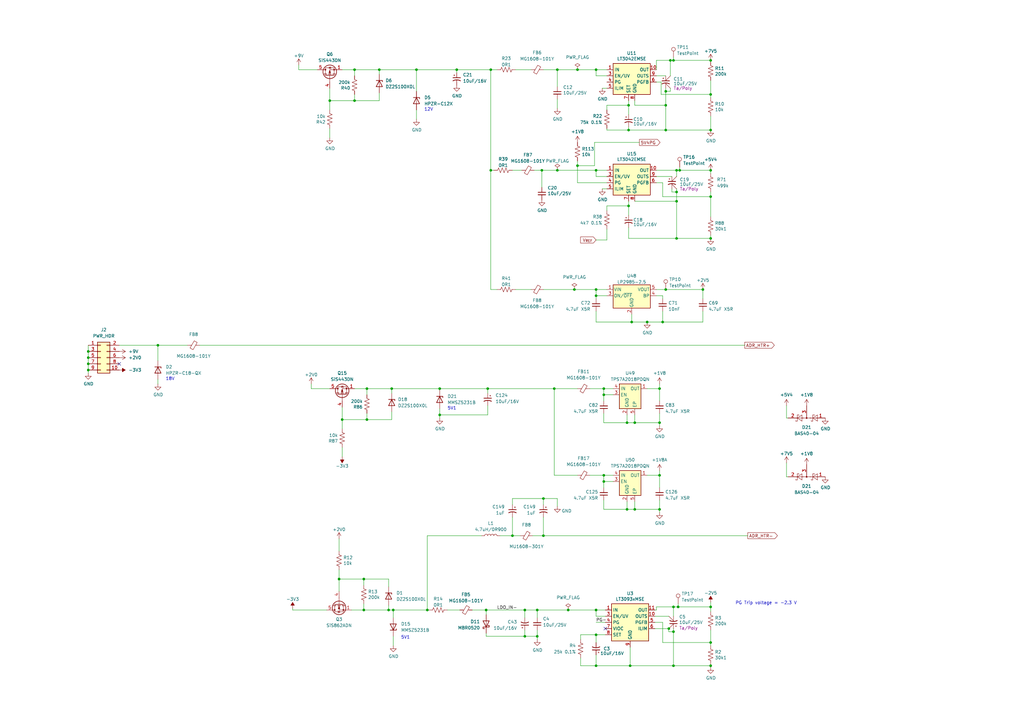
<source format=kicad_sch>
(kicad_sch (version 20230121) (generator eeschema)
  (paper "A3")
  (lib_symbols
    (symbol "Connector:TestPoint" (pin_numbers hide) (pin_names (offset 0.762) hide)
      (property "Reference" "TP" (at 0 6.858 0))
      (property "Value" "TestPoint" (at 0 5.08 0))
      (symbol "TestPoint_1_1"
        (pin passive line (at 0 0 90) (length 2.54) (name "1") (number "1"))
      )
    )
    (symbol "Connector_Generic:Conn_02x05_Odd_Even" (pin_names (offset 1.016) hide)
      (property "Reference" "J" (at 1.27 7.62 0))
      (property "Value" "Conn_02x05_Odd_Even" (at 1.27 -7.62 0))
      (symbol "Conn_02x05_Odd_Even_1_1"
        (pin passive line (at -5.08 5.08 0) (length 3.81) (name "Pin_1") (number "1"))
        (pin passive line (at 7.62 -5.08 180) (length 3.81) (name "Pin_10") (number "10"))
        (pin passive line (at 7.62 5.08 180) (length 3.81) (name "Pin_2") (number "2"))
        (pin passive line (at -5.08 2.54 0) (length 3.81) (name "Pin_3") (number "3"))
        (pin passive line (at 7.62 2.54 180) (length 3.81) (name "Pin_4") (number "4"))
        (pin passive line (at -5.08 0 0) (length 3.81) (name "Pin_5") (number "5"))
        (pin passive line (at 7.62 0 180) (length 3.81) (name "Pin_6") (number "6"))
        (pin passive line (at -5.08 -2.54 0) (length 3.81) (name "Pin_7") (number "7"))
        (pin passive line (at 7.62 -2.54 180) (length 3.81) (name "Pin_8") (number "8"))
        (pin passive line (at -5.08 -5.08 0) (length 3.81) (name "Pin_9") (number "9"))
      )
    )
    (symbol "Device:CP1_Small" (pin_numbers hide) (pin_names (offset 0.254) hide)
      (property "Reference" "C" (at 0.254 1.778 0))
      (property "Value" "CP1_Small" (at 0.254 -2.032 0))
      (symbol "CP1_Small_1_1"
        (pin passive line (at 0 2.54 270) (length 2.032) (name "~") (number "1"))
        (pin passive line (at 0 -2.54 90) (length 2.032) (name "~") (number "2"))
      )
    )
    (symbol "Device:CP1_Small_Kelvin" (pin_numbers hide) (pin_names (offset 0.254) hide)
      (property "Reference" "C" (at 1.905 1.27 0))
      (property "Value" "CP1_Small_Kelvin" (at 1.905 -0.635 0))
      (symbol "CP1_Small_Kelvin_1_1"
        (pin passive line (at 0 2.54 270) (length 2.032) (name "~") (number "1"))
        (pin passive line (at 1.905 2.54 270) (length 0) (name "~") (number "2"))
        (pin passive line (at 0 -2.54 90) (length 2.032) (name "~") (number "3"))
        (pin passive line (at 1.905 -2.54 90) (length 0) (name "~") (number "4"))
      )
    )
    (symbol "Device:C_Small" (pin_numbers hide) (pin_names (offset 0.254) hide)
      (property "Reference" "C" (at 0.254 1.778 0))
      (property "Value" "C_Small" (at 0.254 -2.032 0))
      (symbol "C_Small_1_1"
        (pin passive line (at 0 2.54 270) (length 2.032) (name "~") (number "1"))
        (pin passive line (at 0 -2.54 90) (length 2.032) (name "~") (number "2"))
      )
    )
    (symbol "Device:Ferrite_Bead_Small" (pin_numbers hide) (pin_names (offset 0))
      (property "Reference" "FB" (at 1.905 1.27 0))
      (property "Value" "Ferrite_Bead_Small" (at 1.905 -1.27 0))
      (symbol "Ferrite_Bead_Small_1_1"
        (pin passive line (at 0 2.54 270) (length 1.27) (name "~") (number "1"))
        (pin passive line (at 0 -2.54 90) (length 1.27) (name "~") (number "2"))
      )
    )
    (symbol "Device:L" (pin_numbers hide) (pin_names (offset 1.016) hide)
      (property "Reference" "L" (at -1.27 0 90))
      (property "Value" "L" (at 1.905 0 90))
      (symbol "L_1_1"
        (pin passive line (at 0 3.81 270) (length 1.27) (name "1") (number "1"))
        (pin passive line (at 0 -3.81 90) (length 1.27) (name "2") (number "2"))
      )
    )
    (symbol "Device:R_US" (pin_numbers hide) (pin_names (offset 0))
      (property "Reference" "R" (at 2.54 0 90))
      (property "Value" "R_US" (at -2.54 0 90))
      (symbol "R_US_1_1"
        (pin passive line (at 0 3.81 270) (length 1.27) (name "~") (number "1"))
        (pin passive line (at 0 -3.81 90) (length 1.27) (name "~") (number "2"))
      )
    )
    (symbol "Diode:BAS40-04" (pin_names (offset 1.016))
      (property "Reference" "D" (at 0.635 -1.27 0))
      (property "Value" "BAS40-04" (at -6.35 5.715 0))
      (symbol "BAS40-04_1_1"
        (pin passive line (at -7.62 2.54 0) (length 3.81) (name "~") (number "1"))
        (pin passive line (at 7.62 2.54 180) (length 3.81) (name "~") (number "2"))
        (pin passive line (at 0 -2.54 90) (length 5.08) (name "~") (number "3"))
      )
    )
    (symbol "Diode:DZ2S100X0L" (pin_numbers hide) (pin_names (offset 1.016) hide)
      (property "Reference" "D" (at 0 2.54 0))
      (property "Value" "DZ2S100X0L" (at 0 -2.54 0))
      (symbol "DZ2S100X0L_1_1"
        (pin passive line (at -3.81 0 0) (length 2.54) (name "K") (number "1"))
        (pin passive line (at 3.81 0 180) (length 2.54) (name "A") (number "2"))
      )
    )
    (symbol "Diode:MBR0520" (pin_numbers hide) (pin_names (offset 1.016) hide)
      (property "Reference" "D" (at 0 2.54 0))
      (property "Value" "MBR0520" (at 0 -2.54 0))
      (symbol "MBR0520_1_1"
        (pin passive line (at -3.81 0 0) (length 2.54) (name "K") (number "1"))
        (pin passive line (at 3.81 0 180) (length 2.54) (name "A") (number "2"))
      )
    )
    (symbol "Diode:MM3Zxx" (pin_numbers hide) (pin_names (offset 1.016) hide)
      (property "Reference" "D" (at 0 2.54 0))
      (property "Value" "MM3Zxx" (at 0 -2.54 0))
      (symbol "MM3Zxx_1_1"
        (pin passive line (at -3.81 0 0) (length 2.54) (name "K") (number "1"))
        (pin passive line (at 3.81 0 180) (length 2.54) (name "A") (number "2"))
      )
    )
    (symbol "Regulator_Linear:LP2985-3.3" (pin_names (offset 0.254))
      (property "Reference" "U" (at -6.35 5.715 0))
      (property "Value" "LP2985-3.3" (at 0 5.715 0))
      (symbol "LP2985-3.3_1_1"
        (pin power_in line (at -10.16 2.54 0) (length 2.54) (name "VIN") (number "1"))
        (pin power_in line (at 0 -7.62 90) (length 2.54) (name "GND") (number "2"))
        (pin input line (at -10.16 0 0) (length 2.54) (name "ON/~{OFF}") (number "3"))
        (pin input line (at 10.16 0 180) (length 2.54) (name "BP") (number "4"))
        (pin power_out line (at 10.16 2.54 180) (length 2.54) (name "VOUT") (number "5"))
      )
    )
    (symbol "Regulator_Linear:LT3042xMSE"
      (property "Reference" "U" (at -6.35 6.35 0))
      (property "Value" "LT3042xMSE" (at 1.27 6.35 0))
      (symbol "LT3042xMSE_1_1"
        (pin power_in line (at -10.16 2.54 0) (length 2.54) (name "IN") (number "1"))
        (pin power_out line (at 10.16 2.54 180) (length 2.54) (name "OUT") (number "10"))
        (pin passive line (at 1.27 -10.16 90) (length 2.54) hide (name "GND") (number "11"))
        (pin passive line (at -10.16 2.54 0) (length 2.54) hide (name "IN") (number "2"))
        (pin input line (at -10.16 0 0) (length 2.54) (name "EN/UV") (number "3"))
        (pin open_collector line (at -10.16 -2.54 0) (length 2.54) (name "PG") (number "4"))
        (pin passive line (at -10.16 -5.08 0) (length 2.54) (name "ILIM") (number "5"))
        (pin input line (at 10.16 -2.54 180) (length 2.54) (name "PGFB") (number "6"))
        (pin passive line (at -1.27 -10.16 90) (length 2.54) (name "SET") (number "7"))
        (pin power_in line (at 1.27 -10.16 90) (length 2.54) (name "GND") (number "8"))
        (pin input line (at 10.16 0 180) (length 2.54) (name "OUTS") (number "9"))
      )
    )
    (symbol "Regulator_Linear:LT3093xMSE"
      (property "Reference" "U" (at -6.35 8.89 0))
      (property "Value" "LT3093xMSE" (at 1.27 8.89 0))
      (symbol "LT3093xMSE_0_0"
        (pin passive line (at 10.16 5.08 180) (length 2.54) hide (name "OUT") (number "12"))
        (pin passive line (at -10.16 5.08 0) (length 2.54) hide (name "IN") (number "13"))
      )
      (symbol "LT3093xMSE_1_1"
        (pin power_in line (at -10.16 5.08 0) (length 2.54) (name "IN") (number "1"))
        (pin input line (at 10.16 2.54 180) (length 2.54) (name "OUTS") (number "10"))
        (pin power_out line (at 10.16 5.08 180) (length 2.54) (name "OUT") (number "11"))
        (pin passive line (at -10.16 5.08 0) (length 2.54) hide (name "IN") (number "2"))
        (pin input line (at -10.16 2.54 0) (length 2.54) (name "EN/UV") (number "3"))
        (pin open_collector line (at -10.16 0 0) (length 2.54) (name "PG") (number "4"))
        (pin input line (at 10.16 0 180) (length 2.54) (name "PGFB") (number "5"))
        (pin passive line (at 10.16 -2.54 180) (length 2.54) (name "ILIM") (number "6"))
        (pin passive line (at -10.16 -2.54 0) (length 2.54) (name "VIOC") (number "7"))
        (pin passive line (at -10.16 -5.08 0) (length 2.54) (name "SET") (number "8"))
        (pin power_in line (at 0 -10.16 90) (length 2.54) (name "GND") (number "9"))
      )
    )
    (symbol "Regulator_Linear:TPS7A20PDQN"
      (property "Reference" "U" (at 0 1.27 0))
      (property "Value" "TPS7A20xxPDQN" (at 0 0 0))
      (symbol "TPS7A20PDQN_1_1"
        (pin power_out line (at 6.985 -1.905 180) (length 2.54) (name "OUT") (number "1"))
        (pin power_in line (at -1.27 -12.7 90) (length 2.54) (name "GND") (number "2"))
        (pin input line (at -6.985 -4.445 0) (length 2.54) (name "EN") (number "3"))
        (pin power_in line (at -6.985 -1.905 0) (length 2.54) (name "IN") (number "4"))
        (pin power_in line (at 1.905 -12.7 90) (length 2.54) (name "EP") (number "5"))
      )
    )
    (symbol "Transistor_FET:SiS443DN" (pin_names hide)
      (property "Reference" "Q" (at 5.08 1.905 0))
      (property "Value" "SiS443DN" (at 5.08 0 0))
      (symbol "SiS443DN_1_1"
        (pin passive line (at 2.54 -5.08 90) (length 2.54) (name "S") (number "1"))
        (pin passive line (at 2.54 -5.08 90) (length 2.54) hide (name "S") (number "2"))
        (pin passive line (at 2.54 -5.08 90) (length 2.54) hide (name "S") (number "3"))
        (pin passive line (at -5.08 0 0) (length 2.54) (name "G") (number "4"))
        (pin passive line (at 2.54 5.08 270) (length 2.54) (name "D") (number "5"))
      )
    )
    (symbol "Transistor_FET:SiS862ADN" (pin_names hide)
      (property "Reference" "Q" (at 5.08 1.905 0))
      (property "Value" "SiS862ADN" (at 5.08 0 0))
      (symbol "SiS862ADN_1_1"
        (pin passive line (at 2.54 -5.08 90) (length 2.54) (name "S") (number "1"))
        (pin passive line (at 2.54 -5.08 90) (length 2.54) hide (name "S") (number "2"))
        (pin passive line (at 2.54 -5.08 90) (length 2.54) hide (name "S") (number "3"))
        (pin input line (at -5.08 0 0) (length 2.54) (name "G") (number "4"))
        (pin passive line (at 2.54 5.08 270) (length 2.54) (name "D") (number "5"))
      )
    )
    (symbol "power:+1V8" (power) (pin_names (offset 0))
      (property "Value" "+1V8" (at 0 3.556 0))
      (symbol "+1V8_1_1"
        (pin power_in line (at 0 0 90) (length 0) hide (name "+1V8") (number "1"))
      )
    )
    (symbol "power:+1V8A" (power) (pin_names (offset 0))
      (property "Value" "+1V8A" (at 0 3.556 0))
      (symbol "+1V8A_1_1"
        (pin power_in line (at 0 0 90) (length 0) hide (name "+1V8A") (number "1"))
      )
    )
    (symbol "power:+2V0" (power) (pin_names (offset 0))
      (property "Value" "+2V0" (at 0 3.556 0))
      (symbol "+2V0_1_1"
        (pin power_in line (at 0 0 90) (length 0) hide (name "+2V0") (number "1"))
      )
    )
    (symbol "power:+2V5" (power) (pin_names (offset 0))
      (property "Value" "+2V5" (at 0 3.556 0))
      (symbol "+2V5_1_1"
        (pin power_in line (at 0 0 90) (length 0) hide (name "+2V5") (number "1"))
      )
    )
    (symbol "power:+5V4" (power) (pin_names (offset 0))
      (property "Value" "+5V4" (at 0 3.556 0))
      (symbol "+5V4_1_1"
        (pin power_in line (at 0 0 90) (length 0) hide (name "+5V4") (number "1"))
      )
    )
    (symbol "power:+7V5" (power) (pin_names (offset 0))
      (property "Value" "+7V5" (at 0 3.556 0))
      (symbol "+7V5_1_1"
        (pin power_in line (at 0 0 90) (length 0) hide (name "+7V5") (number "1"))
      )
    )
    (symbol "power:+9V" (power) (pin_names (offset 0))
      (property "Value" "+9V" (at 0 3.556 0))
      (symbol "+9V_1_1"
        (pin power_in line (at 0 0 90) (length 0) hide (name "+9V") (number "1"))
      )
    )
    (symbol "power:-2V5" (power) (pin_names (offset 0))
      (property "Value" "-2V5" (at 0 3.81 0))
      (symbol "-2V5_0_0"
        (pin power_in line (at 0 0 90) (length 0) hide (name "-2V5") (number "1"))
      )
    )
    (symbol "power:-3V3" (power) (pin_names (offset 0))
      (property "Value" "-3V3" (at 0 3.81 0))
      (symbol "-3V3_0_0"
        (pin power_in line (at 0 0 90) (length 0) hide (name "-3V3") (number "1"))
      )
    )
    (symbol "power:GND" (power) (pin_names (offset 0))
      (property "Value" "GND" (at 0 -3.81 0))
      (symbol "GND_1_1"
        (pin power_in line (at 0 0 270) (length 0) hide (name "GND") (number "1"))
      )
    )
    (symbol "power:PWR_FLAG" (power) (pin_numbers hide) (pin_names (offset 0) hide)
      (property "Value" "PWR_FLAG" (at 0 3.81 0))
      (symbol "PWR_FLAG_0_0"
        (pin power_out line (at 0 0 90) (length 0) (name "pwr") (number "1"))
      )
    )
  )
  (junction (at 288.29 118.745))
  (junction (at 260.35 173.355))
  (junction (at 180.34 159.385))
  (junction (at 265.43 132.08))
  (junction (at 145.415 28.575))
  (junction (at 277.495 69.85))
  (junction (at 276.225 273.05))
  (junction (at 291.465 80.645))
  (junction (at 149.225 250.19))
  (junction (at 210.185 219.71))
  (junction (at 257.81 53.34))
  (junction (at 140.335 172.085))
  (junction (at 278.13 248.92))
  (junction (at 222.885 204.47))
  (junction (at 220.345 260.985))
  (junction (at 244.475 69.85))
  (junction (at 235.585 118.745))
  (junction (at 291.465 38.735))
  (junction (at 36.195 149.225))
  (junction (at 270.51 208.915))
  (junction (at 160.655 159.385))
  (junction (at 291.465 53.34))
  (junction (at 200.025 159.385))
  (junction (at 220.345 250.19))
  (junction (at 244.475 250.19))
  (junction (at 278.765 69.85))
  (junction (at 199.39 250.19))
  (junction (at 64.77 141.605))
  (junction (at 236.855 28.575))
  (junction (at 277.495 82.55))
  (junction (at 277.495 97.79))
  (junction (at 257.175 208.915))
  (junction (at 170.815 28.575))
  (junction (at 244.475 118.745))
  (junction (at 201.295 69.85))
  (junction (at 139.065 237.49))
  (junction (at 291.465 69.85))
  (junction (at 273.05 37.465))
  (junction (at 228.6 28.575))
  (junction (at 276.225 248.92))
  (junction (at 244.475 273.05))
  (junction (at 247.65 197.485))
  (junction (at 291.465 248.92))
  (junction (at 180.34 170.18))
  (junction (at 273.05 53.34))
  (junction (at 175.26 250.19))
  (junction (at 201.295 28.575))
  (junction (at 247.65 194.945))
  (junction (at 257.175 173.355))
  (junction (at 274.955 24.765))
  (junction (at 215.265 260.985))
  (junction (at 145.415 41.275))
  (junction (at 270.51 159.385))
  (junction (at 258.445 273.05))
  (junction (at 150.495 159.385))
  (junction (at 159.385 250.19))
  (junction (at 270.51 194.945))
  (junction (at 291.465 24.765))
  (junction (at 36.195 144.145))
  (junction (at 276.225 259.08))
  (junction (at 273.05 43.18))
  (junction (at 273.05 118.745))
  (junction (at 244.475 28.575))
  (junction (at 274.32 257.81))
  (junction (at 222.25 69.85))
  (junction (at 291.465 263.525))
  (junction (at 161.29 250.19))
  (junction (at 291.465 97.79))
  (junction (at 187.325 28.575))
  (junction (at 270.51 173.355))
  (junction (at 222.885 219.71))
  (junction (at 155.575 28.575))
  (junction (at 244.475 121.285))
  (junction (at 257.81 84.455))
  (junction (at 36.195 146.685))
  (junction (at 257.81 43.18))
  (junction (at 260.35 208.915))
  (junction (at 271.78 132.08))
  (junction (at 215.265 250.19))
  (junction (at 277.495 78.74))
  (junction (at 36.195 151.765))
  (junction (at 135.255 41.275))
  (junction (at 236.855 67.945))
  (junction (at 227.33 159.385))
  (junction (at 247.65 161.925))
  (junction (at 276.225 24.765))
  (junction (at 244.475 260.35))
  (junction (at 247.65 159.385))
  (junction (at 149.225 237.49))
  (junction (at 259.08 132.08))
  (junction (at 150.495 172.085))
  (junction (at 291.465 273.05))
  (junction (at 228.6 69.85))
  (junction (at 233.045 250.19))
  (no_connect (at 248.285 257.81))
  (no_connect (at 48.895 149.225))
  (wire (pts (xy 247.65 197.485) (xy 251.46 197.485)))
  (wire (pts (xy 291.465 272.415) (xy 291.465 273.05)))
  (wire (pts (xy 227.33 159.385) (xy 227.33 194.945)))
  (wire (pts (xy 122.555 28.575) (xy 130.175 28.575)))
  (wire (pts (xy 270.51 193.04) (xy 270.51 194.945)))
  (wire (pts (xy 139.065 233.68) (xy 139.065 237.49)))
  (wire (pts (xy 150.495 172.085) (xy 140.335 172.085)))
  (wire (pts (xy 244.475 252.73) (xy 244.475 250.19)))
  (wire (pts (xy 268.605 250.19) (xy 269.24 250.19)))
  (wire (pts (xy 288.29 118.745) (xy 288.29 122.555)))
  (wire (pts (xy 277.495 82.55) (xy 277.495 97.79)))
  (wire (pts (xy 260.35 173.355) (xy 270.51 173.355)))
  (wire (pts (xy 120.015 249.555) (xy 120.015 250.19)))
  (wire (pts (xy 291.465 258.445) (xy 291.465 263.525)))
  (wire (pts (xy 150.495 159.385) (xy 150.495 161.925)))
  (wire (pts (xy 140.335 172.085) (xy 140.335 167.005)))
  (wire (pts (xy 273.05 53.34) (xy 273.05 43.18)))
  (wire (pts (xy 210.185 219.71) (xy 213.36 219.71)))
  (wire (pts (xy 222.25 69.85) (xy 228.6 69.85)))
  (wire (pts (xy 260.35 41.275) (xy 260.35 43.18)))
  (wire (pts (xy 238.125 273.05) (xy 244.475 273.05)))
  (wire (pts (xy 199.39 260.985) (xy 215.265 260.985)))
  (wire (pts (xy 211.455 118.745) (xy 217.805 118.745)))
  (wire (pts (xy 274.955 37.465) (xy 273.05 37.465)))
  (wire (pts (xy 244.475 98.425) (xy 248.92 98.425)))
  (wire (pts (xy 257.81 43.18) (xy 248.92 43.18)))
  (wire (pts (xy 228.6 28.575) (xy 236.855 28.575)))
  (wire (pts (xy 161.29 250.19) (xy 161.29 253.365)))
  (wire (pts (xy 269.24 248.92) (xy 276.225 248.92)))
  (wire (pts (xy 222.885 204.47) (xy 222.885 207.01)))
  (wire (pts (xy 244.475 28.575) (xy 248.92 28.575)))
  (wire (pts (xy 149.225 240.03) (xy 149.225 237.49)))
  (wire (pts (xy 175.26 219.71) (xy 197.485 219.71)))
  (wire (pts (xy 278.13 248.92) (xy 291.465 248.92)))
  (wire (pts (xy 228.6 40.64) (xy 228.6 44.45)))
  (wire (pts (xy 278.13 247.65) (xy 278.13 248.92)))
  (wire (pts (xy 257.175 173.355) (xy 260.35 173.355)))
  (wire (pts (xy 291.465 24.765) (xy 291.465 25.4)))
  (wire (pts (xy 200.025 170.18) (xy 200.025 166.37)))
  (wire (pts (xy 244.475 31.115) (xy 244.475 28.575)))
  (wire (pts (xy 275.59 78.74) (xy 277.495 78.74)))
  (wire (pts (xy 247.65 161.925) (xy 251.46 161.925)))
  (wire (pts (xy 36.195 144.145) (xy 36.195 146.685)))
  (wire (pts (xy 155.575 41.275) (xy 155.575 38.1)))
  (wire (pts (xy 201.295 118.745) (xy 201.295 69.85)))
  (wire (pts (xy 248.92 31.115) (xy 244.475 31.115)))
  (wire (pts (xy 291.465 96.52) (xy 291.465 97.79)))
  (wire (pts (xy 145.415 28.575) (xy 140.335 28.575)))
  (wire (pts (xy 244.475 268.605) (xy 244.475 273.05)))
  (wire (pts (xy 220.345 250.19) (xy 220.345 253.365)))
  (wire (pts (xy 265.43 159.385) (xy 270.51 159.385)))
  (wire (pts (xy 271.78 132.08) (xy 271.78 127.635)))
  (wire (pts (xy 260.35 170.18) (xy 260.35 173.355)))
  (wire (pts (xy 259.08 128.905) (xy 259.08 132.08)))
  (wire (pts (xy 200.025 159.385) (xy 227.33 159.385)))
  (wire (pts (xy 160.655 161.29) (xy 160.655 159.385)))
  (wire (pts (xy 244.475 118.745) (xy 244.475 121.285)))
  (wire (pts (xy 160.655 159.385) (xy 180.34 159.385)))
  (wire (pts (xy 257.175 170.18) (xy 257.175 173.355)))
  (wire (pts (xy 140.335 175.895) (xy 140.335 172.085)))
  (wire (pts (xy 269.24 28.575) (xy 269.24 24.765)))
  (wire (pts (xy 201.295 69.85) (xy 202.565 69.85)))
  (wire (pts (xy 276.225 257.81) (xy 276.225 259.08)))
  (wire (pts (xy 247.015 77.47) (xy 248.92 77.47)))
  (wire (pts (xy 120.015 250.19) (xy 133.985 250.19)))
  (wire (pts (xy 268.605 252.73) (xy 274.32 252.73)))
  (wire (pts (xy 199.39 260.985) (xy 199.39 259.715)))
  (wire (pts (xy 175.26 250.19) (xy 175.26 219.71)))
  (wire (pts (xy 247.65 159.385) (xy 251.46 159.385)))
  (wire (pts (xy 227.33 194.945) (xy 236.855 194.945)))
  (wire (pts (xy 81.915 141.605) (xy 305.435 141.605)))
  (wire (pts (xy 36.195 146.685) (xy 36.195 149.225)))
  (wire (pts (xy 210.185 69.85) (xy 213.995 69.85)))
  (wire (pts (xy 269.24 31.115) (xy 273.05 31.115)))
  (wire (pts (xy 159.385 250.19) (xy 149.225 250.19)))
  (wire (pts (xy 145.415 41.275) (xy 135.255 41.275)))
  (wire (pts (xy 257.81 84.455) (xy 248.92 84.455)))
  (wire (pts (xy 270.51 157.48) (xy 270.51 159.385)))
  (wire (pts (xy 244.475 121.285) (xy 248.92 121.285)))
  (wire (pts (xy 220.345 260.985) (xy 220.345 258.445)))
  (wire (pts (xy 322.58 189.865) (xy 322.58 195.58)))
  (wire (pts (xy 180.34 159.385) (xy 200.025 159.385)))
  (wire (pts (xy 135.255 56.515) (xy 135.255 52.705)))
  (wire (pts (xy 180.34 170.18) (xy 200.025 170.18)))
  (wire (pts (xy 276.225 252.73) (xy 276.225 248.92)))
  (wire (pts (xy 218.44 219.71) (xy 222.885 219.71)))
  (wire (pts (xy 222.25 69.85) (xy 222.25 76.835)))
  (wire (pts (xy 271.78 121.285) (xy 271.78 122.555)))
  (wire (pts (xy 211.455 28.575) (xy 217.805 28.575)))
  (wire (pts (xy 257.81 82.55) (xy 257.81 84.455)))
  (wire (pts (xy 247.65 205.105) (xy 247.65 208.915)))
  (wire (pts (xy 64.77 155.575) (xy 64.77 157.48)))
  (wire (pts (xy 248.92 52.705) (xy 248.92 53.34)))
  (wire (pts (xy 238.125 269.875) (xy 238.125 273.05)))
  (wire (pts (xy 277.495 97.79) (xy 291.465 97.79)))
  (wire (pts (xy 180.34 167.64) (xy 180.34 170.18)))
  (wire (pts (xy 175.26 250.19) (xy 175.895 250.19)))
  (wire (pts (xy 257.81 93.345) (xy 257.81 97.79)))
  (wire (pts (xy 257.81 97.79) (xy 277.495 97.79)))
  (wire (pts (xy 277.495 72.39) (xy 277.495 69.85)))
  (wire (pts (xy 248.92 74.93) (xy 236.855 74.93)))
  (wire (pts (xy 268.605 257.81) (xy 274.32 257.81)))
  (wire (pts (xy 274.32 257.81) (xy 274.32 259.08)))
  (wire (pts (xy 257.175 208.915) (xy 260.35 208.915)))
  (wire (pts (xy 159.385 237.49) (xy 159.385 240.665)))
  (wire (pts (xy 260.35 205.74) (xy 260.35 208.915)))
  (wire (pts (xy 160.655 172.085) (xy 160.655 168.91)))
  (wire (pts (xy 48.895 141.605) (xy 64.77 141.605)))
  (wire (pts (xy 150.495 169.545) (xy 150.495 172.085)))
  (wire (pts (xy 274.955 31.115) (xy 274.955 24.765)))
  (wire (pts (xy 248.92 43.18) (xy 248.92 45.085)))
  (wire (pts (xy 210.185 204.47) (xy 210.185 207.01)))
  (wire (pts (xy 203.835 118.745) (xy 201.295 118.745)))
  (wire (pts (xy 201.295 28.575) (xy 203.835 28.575)))
  (wire (pts (xy 127.635 159.385) (xy 135.255 159.385)))
  (wire (pts (xy 271.78 263.525) (xy 291.465 263.525)))
  (wire (pts (xy 260.35 208.915) (xy 270.51 208.915)))
  (wire (pts (xy 247.65 161.925) (xy 247.65 164.465)))
  (wire (pts (xy 222.885 204.47) (xy 210.185 204.47)))
  (wire (pts (xy 288.29 132.08) (xy 271.78 132.08)))
  (wire (pts (xy 145.415 28.575) (xy 145.415 31.115)))
  (wire (pts (xy 64.77 141.605) (xy 76.835 141.605)))
  (wire (pts (xy 187.325 28.575) (xy 201.295 28.575)))
  (wire (pts (xy 244.475 118.745) (xy 248.92 118.745)))
  (wire (pts (xy 247.65 208.915) (xy 257.175 208.915)))
  (wire (pts (xy 170.815 28.575) (xy 187.325 28.575)))
  (wire (pts (xy 277.495 77.47) (xy 277.495 78.74)))
  (wire (pts (xy 247.65 197.485) (xy 247.65 200.025)))
  (wire (pts (xy 160.655 159.385) (xy 150.495 159.385)))
  (wire (pts (xy 270.51 173.355) (xy 270.51 174.625)))
  (wire (pts (xy 268.605 255.27) (xy 271.78 255.27)))
  (wire (pts (xy 215.265 260.985) (xy 220.345 260.985)))
  (wire (pts (xy 180.34 170.18) (xy 180.34 171.45)))
  (wire (pts (xy 155.575 28.575) (xy 145.415 28.575)))
  (wire (pts (xy 271.78 255.27) (xy 271.78 263.525)))
  (wire (pts (xy 269.24 74.93) (xy 271.78 74.93)))
  (wire (pts (xy 247.65 173.355) (xy 257.175 173.355)))
  (wire (pts (xy 210.185 212.09) (xy 210.185 219.71)))
  (wire (pts (xy 64.77 141.605) (xy 64.77 147.955)))
  (wire (pts (xy 159.385 248.285) (xy 159.385 250.19)))
  (wire (pts (xy 150.495 159.385) (xy 145.415 159.385)))
  (wire (pts (xy 248.285 250.19) (xy 244.475 250.19)))
  (wire (pts (xy 241.935 194.945) (xy 247.65 194.945)))
  (wire (pts (xy 260.35 82.55) (xy 277.495 82.55)))
  (wire (pts (xy 219.075 69.85) (xy 222.25 69.85)))
  (wire (pts (xy 291.465 47.625) (xy 291.465 53.34)))
  (wire (pts (xy 274.32 259.08) (xy 276.225 259.08)))
  (wire (pts (xy 257.81 53.34) (xy 273.05 53.34)))
  (wire (pts (xy 161.29 260.985) (xy 161.29 264.795)))
  (wire (pts (xy 222.885 28.575) (xy 228.6 28.575)))
  (wire (pts (xy 273.05 37.465) (xy 273.05 36.195)))
  (wire (pts (xy 271.145 38.735) (xy 291.465 38.735)))
  (wire (pts (xy 288.29 127.635) (xy 288.29 132.08)))
  (wire (pts (xy 243.84 58.42) (xy 262.255 58.42)))
  (wire (pts (xy 257.81 88.265) (xy 257.81 84.455)))
  (wire (pts (xy 200.025 161.29) (xy 200.025 159.385)))
  (wire (pts (xy 260.35 43.18) (xy 273.05 43.18)))
  (wire (pts (xy 244.475 263.525) (xy 244.475 260.35)))
  (wire (pts (xy 291.465 78.74) (xy 291.465 80.645)))
  (wire (pts (xy 269.24 72.39) (xy 275.59 72.39)))
  (wire (pts (xy 145.415 41.275) (xy 155.575 41.275)))
  (wire (pts (xy 155.575 30.48) (xy 155.575 28.575)))
  (wire (pts (xy 228.6 69.85) (xy 244.475 69.85)))
  (wire (pts (xy 271.78 74.93) (xy 271.78 80.645)))
  (wire (pts (xy 220.345 262.255) (xy 220.345 260.985)))
  (wire (pts (xy 244.475 72.39) (xy 244.475 69.85)))
  (wire (pts (xy 187.325 28.575) (xy 187.325 29.845)))
  (wire (pts (xy 247.65 159.385) (xy 247.65 161.925)))
  (wire (pts (xy 149.225 250.19) (xy 149.225 247.65)))
  (wire (pts (xy 269.24 33.655) (xy 271.145 33.655)))
  (wire (pts (xy 322.58 195.58) (xy 323.215 195.58)))
  (wire (pts (xy 236.855 66.04) (xy 236.855 67.945)))
  (wire (pts (xy 155.575 28.575) (xy 170.815 28.575)))
  (wire (pts (xy 183.515 250.19) (xy 188.595 250.19)))
  (wire (pts (xy 277.495 69.85) (xy 278.765 69.85)))
  (wire (pts (xy 247.65 169.545) (xy 247.65 173.355)))
  (wire (pts (xy 257.175 205.74) (xy 257.175 208.915)))
  (wire (pts (xy 270.51 173.355) (xy 270.51 169.545)))
  (wire (pts (xy 291.465 38.735) (xy 291.465 40.005)))
  (wire (pts (xy 248.92 53.34) (xy 257.81 53.34)))
  (wire (pts (xy 274.955 36.195) (xy 274.955 37.465)))
  (wire (pts (xy 161.29 250.19) (xy 175.26 250.19)))
  (wire (pts (xy 269.24 250.19) (xy 269.24 248.92)))
  (wire (pts (xy 278.765 69.85) (xy 291.465 69.85)))
  (wire (pts (xy 244.475 255.27) (xy 248.285 255.27)))
  (wire (pts (xy 215.265 258.445) (xy 215.265 260.985)))
  (wire (pts (xy 271.145 33.655) (xy 271.145 38.735)))
  (wire (pts (xy 36.195 149.225) (xy 36.195 151.765)))
  (wire (pts (xy 228.6 28.575) (xy 228.6 35.56)))
  (wire (pts (xy 222.885 118.745) (xy 235.585 118.745)))
  (wire (pts (xy 278.765 68.58) (xy 278.765 69.85)))
  (wire (pts (xy 291.465 248.92) (xy 291.465 250.825)))
  (wire (pts (xy 36.195 141.605) (xy 36.195 144.145)))
  (wire (pts (xy 244.475 69.85) (xy 248.92 69.85)))
  (wire (pts (xy 248.92 72.39) (xy 244.475 72.39)))
  (wire (pts (xy 228.6 207.645) (xy 228.6 204.47)))
  (wire (pts (xy 291.465 273.05) (xy 291.465 273.685)))
  (wire (pts (xy 205.105 219.71) (xy 210.185 219.71)))
  (wire (pts (xy 273.05 53.34) (xy 291.465 53.34)))
  (wire (pts (xy 247.015 36.195) (xy 248.92 36.195)))
  (wire (pts (xy 228.6 204.47) (xy 222.885 204.47)))
  (wire (pts (xy 244.475 127.635) (xy 244.475 132.08)))
  (wire (pts (xy 244.475 121.285) (xy 244.475 122.555)))
  (wire (pts (xy 236.855 67.945) (xy 236.855 74.93)))
  (wire (pts (xy 276.225 248.92) (xy 278.13 248.92)))
  (wire (pts (xy 277.495 78.74) (xy 277.495 82.55)))
  (wire (pts (xy 144.145 250.19) (xy 149.225 250.19)))
  (wire (pts (xy 180.34 159.385) (xy 180.34 160.02)))
  (wire (pts (xy 244.475 273.05) (xy 258.445 273.05)))
  (wire (pts (xy 258.445 273.05) (xy 276.225 273.05)))
  (wire (pts (xy 220.345 250.19) (xy 233.045 250.19)))
  (wire (pts (xy 269.24 69.85) (xy 277.495 69.85)))
  (wire (pts (xy 170.815 45.085) (xy 170.815 48.895)))
  (wire (pts (xy 291.465 80.645) (xy 291.465 88.9)))
  (wire (pts (xy 244.475 260.35) (xy 238.125 260.35)))
  (wire (pts (xy 135.255 41.275) (xy 135.255 36.195)))
  (wire (pts (xy 170.815 28.575) (xy 170.815 37.465)))
  (wire (pts (xy 291.465 69.85) (xy 291.465 71.12)))
  (wire (pts (xy 257.81 52.07) (xy 257.81 53.34)))
  (wire (pts (xy 247.65 194.945) (xy 247.65 197.485)))
  (wire (pts (xy 270.51 208.915) (xy 270.51 210.185)))
  (wire (pts (xy 233.045 250.19) (xy 244.475 250.19)))
  (wire (pts (xy 243.84 67.945) (xy 243.84 58.42)))
  (wire (pts (xy 276.225 24.765) (xy 291.465 24.765)))
  (wire (pts (xy 201.295 28.575) (xy 201.295 69.85)))
  (wire (pts (xy 265.43 194.945) (xy 270.51 194.945)))
  (wire (pts (xy 271.78 80.645) (xy 291.465 80.645)))
  (wire (pts (xy 36.195 151.765) (xy 36.195 153.035)))
  (wire (pts (xy 199.39 250.19) (xy 215.265 250.19)))
  (wire (pts (xy 149.225 237.49) (xy 139.065 237.49)))
  (wire (pts (xy 274.955 24.765) (xy 276.225 24.765)))
  (wire (pts (xy 222.885 212.09) (xy 222.885 219.71)))
  (wire (pts (xy 269.24 24.765) (xy 274.955 24.765)))
  (wire (pts (xy 139.065 220.98) (xy 139.065 226.06)))
  (wire (pts (xy 258.445 265.43) (xy 258.445 273.05)))
  (wire (pts (xy 322.58 171.45) (xy 323.215 171.45)))
  (wire (pts (xy 227.33 159.385) (xy 236.855 159.385)))
  (wire (pts (xy 135.255 45.085) (xy 135.255 41.275)))
  (wire (pts (xy 270.51 200.025) (xy 270.51 194.945)))
  (wire (pts (xy 139.065 237.49) (xy 139.065 242.57)))
  (wire (pts (xy 273.05 43.18) (xy 273.05 37.465)))
  (wire (pts (xy 215.265 253.365) (xy 215.265 250.19)))
  (wire (pts (xy 269.24 121.285) (xy 271.78 121.285)))
  (wire (pts (xy 145.415 38.735) (xy 145.415 41.275)))
  (wire (pts (xy 265.43 132.08) (xy 271.78 132.08)))
  (wire (pts (xy 149.225 237.49) (xy 159.385 237.49)))
  (wire (pts (xy 222.885 219.71) (xy 306.705 219.71)))
  (wire (pts (xy 236.855 67.945) (xy 243.84 67.945)))
  (wire (pts (xy 215.265 250.19) (xy 220.345 250.19)))
  (wire (pts (xy 235.585 118.745) (xy 244.475 118.745)))
  (wire (pts (xy 193.675 250.19) (xy 199.39 250.19)))
  (wire (pts (xy 248.285 260.35) (xy 244.475 260.35)))
  (wire (pts (xy 122.555 26.67) (xy 122.555 28.575)))
  (wire (pts (xy 127.635 157.48) (xy 127.635 159.385)))
  (wire (pts (xy 291.465 248.92) (xy 291.465 247.015)))
  (wire (pts (xy 248.92 84.455) (xy 248.92 86.36)))
  (wire (pts (xy 259.08 132.08) (xy 265.43 132.08)))
  (wire (pts (xy 291.465 33.02) (xy 291.465 38.735)))
  (wire (pts (xy 248.285 252.73) (xy 244.475 252.73)))
  (wire (pts (xy 199.39 250.19) (xy 199.39 252.095)))
  (wire (pts (xy 291.465 263.525) (xy 291.465 264.795)))
  (wire (pts (xy 238.125 260.35) (xy 238.125 262.255)))
  (wire (pts (xy 276.225 259.08) (xy 276.225 273.05)))
  (wire (pts (xy 270.51 208.915) (xy 270.51 205.105)))
  (wire (pts (xy 257.81 41.275) (xy 257.81 43.18)))
  (wire (pts (xy 241.935 159.385) (xy 247.65 159.385)))
  (wire (pts (xy 273.05 118.745) (xy 288.29 118.745)))
  (wire (pts (xy 236.855 28.575) (xy 244.475 28.575)))
  (wire (pts (xy 159.385 250.19) (xy 161.29 250.19)))
  (wire (pts (xy 244.475 132.08) (xy 259.08 132.08)))
  (wire (pts (xy 270.51 164.465) (xy 270.51 159.385)))
  (wire (pts (xy 257.81 46.99) (xy 257.81 43.18)))
  (wire (pts (xy 150.495 172.085) (xy 160.655 172.085)))
  (wire (pts (xy 248.92 93.98) (xy 248.92 98.425)))
  (wire (pts (xy 251.46 194.945) (xy 247.65 194.945)))
  (wire (pts (xy 275.59 77.47) (xy 275.59 78.74)))
  (wire (pts (xy 276.225 23.495) (xy 276.225 24.765)))
  (wire (pts (xy 140.335 187.325) (xy 140.335 183.515)))
  (wire (pts (xy 276.225 273.05) (xy 291.465 273.05)))
  (wire (pts (xy 269.24 118.745) (xy 273.05 118.745)))
  (wire (pts (xy 322.58 166.37) (xy 322.58 171.45)))
  (text "5V1" (at 164.465 262.255 0) (effects (font (size 1.27 1.27)) (justify left bottom)))
  (text "5V1" (at 183.515 168.275 0) (effects (font (size 1.27 1.27)) (justify left bottom)))
  (text "18V" (at 67.945 156.21 0) (effects (font (size 1.27 1.27)) (justify left bottom)))
  (text "PG Trip voltage = -2.3 V\n\n" (at 301.625 250.19 0) (effects (font (size 1.27 1.27)) (justify left bottom)))
  (text "12V" (at 173.99 45.72 0) (effects (font (size 1.27 1.27)) (justify left bottom)))
  (label "LDO_IN-" (at 203.835 250.19 0))
  (label "PG-" (at 244.475 255.27 0))
  (global_label "V_{REF}" (shape input) (at 244.475 98.425 180) (property "Intersheetrefs" "${INTERSHEET_REFS}" (effects hide)))
  (global_label "ADR_HTR-" (shape output) (at 306.705 219.71 0) (property "Intersheetrefs" "${INTERSHEET_REFS}" (effects hide)))
  (global_label "5V4PG" (shape output) (at 262.255 58.42 0) (property "Intersheetrefs" "${INTERSHEET_REFS}" (effects hide)))
  (global_label "ADR_HTR+" (shape output) (at 305.435 141.605 0) (property "Intersheetrefs" "${INTERSHEET_REFS}" (effects hide)))
  (symbol (lib_id "Device:R_US") (at 291.465 29.21 0) (unit 1)
    (property "Reference" "R11" (at 293.1922 28.0416 0) (effects (justify left)))
    (property "Value" "200k" (at 293.1922 30.353 0) (effects (justify left)))
    (property "Footprint" "Resistor_SMD:R_0402_1005Metric" (effects hide))
    (property "Part Number" "MCS04020C2003FE000" (effects hide))
  )
  (symbol (lib_id "Device:R_US") (at 291.465 254.635 0) (unit 1)
    (property "Reference" "R3" (at 293.1922 253.4666 0) (effects (justify left)))
    (property "Value" "200k" (at 293.1922 255.778 0) (effects (justify left)))
    (property "Footprint" "Resistor_SMD:R_0402_1005Metric" (effects hide))
    (property "In stock" "X" (effects hide))
    (property "Part Number" "MCS04020C2003FE000" (effects hide))
  )
  (symbol (lib_id "Device:R_US") (at 238.125 266.065 0) (unit 1)
    (property "Reference" "R4" (at 236.22 264.795 0) (effects (justify right)))
    (property "Value" "25k 0.1%" (at 236.22 267.335 0) (effects (justify right)))
    (property "Footprint" "Resistor_SMD:R_0805_2012Metric_red" (effects hide))
    (property "Part Number" "CPF-A-0805B25KE" (effects hide))
  )
  (symbol (lib_id "Device:C_Small") (at 228.6 38.1 0) (unit 1)
    (property "Reference" "C12" (at 230.9368 35.7886 0) (effects (justify left)))
    (property "Value" "10uF/25V" (at 230.9368 38.1 0) (effects (justify left)))
    (property "Footprint" "Capacitor_SMD:C_1210_3225Metric" (effects hide))
    (property "In stock" "X" (effects hide))
  )
  (symbol (lib_id "Device:C_Small") (at 220.345 255.905 180) (unit 1)
    (property "Reference" "C4" (at 222.6691 253.7955 0) (effects (justify right)))
    (property "Value" "10uF/25V" (at 222.6691 256.3324 0) (effects (justify right)))
    (property "Footprint" "Capacitor_SMD:C_1210_3225Metric" (effects hide))
    (property "In stock" "X" (effects hide))
  )
  (symbol (lib_id "power:GND") (at 291.465 53.34 0) (unit 1)
    (property "Reference" "#PWR060" (effects hide))
    (property "Value" "GND" (at 291.592 57.7342 0))
  )
  (symbol (lib_id "power:GND") (at 220.345 262.255 0) (unit 1)
    (property "Reference" "#PWR047" (effects hide))
    (property "Value" "GND" (at 220.472 266.6492 0))
  )
  (symbol (lib_id "Device:CP1_Small_Kelvin") (at 273.05 33.655 0) (unit 1)
    (property "Reference" "C11" (at 276.225 32.385 0) (effects (justify left)))
    (property "Value" "10uF/25V" (at 276.225 34.29 0) (effects (justify left)))
    (property "Footprint" "Capacitor_Tantalum_SMD:CP_EIA-3528-12_Kemet-T_Kelvin" (effects hide))
    (property "Field4" "Ta/Poly" (at 276.225 36.195 0) (effects (justify left)))
    (property "In stock" "X" (effects hide))
  )
  (symbol (lib_id "Device:CP1_Small_Kelvin") (at 276.225 255.27 180) (unit 1)
    (property "Reference" "C5" (at 278.5364 252.9586 0) (effects (justify right)))
    (property "Value" "10uF/25V" (at 278.5364 255.27 0) (effects (justify right)))
    (property "Footprint" "Capacitor_Tantalum_SMD:CP_EIA-3528-12_Kemet-T_Kelvin" (effects hide))
    (property "Field4" "Ta/Poly" (at 278.5364 257.5814 0) (effects (justify right)))
    (property "In stock" "X" (effects hide))
  )
  (symbol (lib_id "power:GND") (at 228.6 44.45 0) (unit 1)
    (property "Reference" "#PWR048" (effects hide))
    (property "Value" "GND" (at 228.727 48.8442 0))
  )
  (symbol (lib_id "Regulator_Linear:LT3042xMSE") (at 259.08 31.115 0) (unit 1)
    (property "Reference" "U11" (at 259.08 21.7932 0))
    (property "Value" "LT3042EMSE" (at 259.08 24.1046 0))
    (property "Footprint" "Package_SO:MSOP-10EP-3x3_P0.5mm_EP_thermal_vias_opt" (effects hide))
    (property "Datasheet" "https://www.analog.com/media/en/technical-documentation/data-sheets/3042fb.pdf" (effects hide))
    (property "Part Number" "LT3042EMSE#PBF" (effects hide))
  )
  (symbol (lib_id "Regulator_Linear:LT3093xMSE") (at 258.445 255.27 0) (unit 1)
    (property "Reference" "U3" (at 258.445 243.4082 0))
    (property "Value" "LT3093xMSE" (at 258.445 245.7196 0))
    (property "Footprint" "Package_SO:MSOP-12-1EP_3x4mm_P0.65mm_EP1.65x2.85mm_ThermalVias_opt" (effects hide))
    (property "Datasheet" "https://www.analog.com/media/en/technical-documentation/data-sheets/lt3093.pdf" (effects hide))
    (property "Part Number" "x" (effects hide))
  )
  (symbol (lib_id "Device:R_US") (at 291.465 268.605 0) (unit 1)
    (property "Reference" "R2" (at 293.1922 267.4366 0) (effects (justify left)))
    (property "Value" "30k1" (at 293.1922 269.748 0) (effects (justify left)))
    (property "Footprint" "Resistor_SMD:R_0402_1005Metric" (effects hide))
    (property "In stock" "X" (effects hide))
    (property "Part Number" "RR0510P-3012-D" (effects hide))
  )
  (symbol (lib_id "Device:CP1_Small") (at 244.475 266.065 180) (unit 1)
    (property "Reference" "C3" (at 250.19 266.065 0) (effects (justify left)))
    (property "Value" "10uF/16V" (at 255.905 267.97 0) (effects (justify left)))
    (property "Footprint" "Capacitor_Tantalum_SMD:CP_EIA-3528-12_Kemet-T" (effects hide))
    (property "In stock" "X" (effects hide))
    (property "Part Number" "TR3B106K025C0450" (effects hide))
  )
  (symbol (lib_id "Device:R_US") (at 291.465 43.815 0) (unit 1)
    (property "Reference" "R10" (at 293.1922 42.6466 0) (effects (justify left)))
    (property "Value" "10k" (at 293.1922 44.958 0) (effects (justify left)))
    (property "Footprint" "Resistor_SMD:R_0402_1005Metric" (effects hide))
    (property "In stock" "X" (effects hide))
    (property "Part Number" "RT0402FRE0710KL" (effects hide))
  )
  (symbol (lib_id "Device:CP1_Small") (at 257.81 49.53 0) (unit 1)
    (property "Reference" "C10" (at 259.715 48.895 0) (effects (justify left)))
    (property "Value" "10uF/16V" (at 259.715 50.8 0) (effects (justify left)))
    (property "Footprint" "Capacitor_Tantalum_SMD:CP_EIA-3528-12_Kemet-T" (effects hide))
    (property "In stock" "X" (effects hide))
    (property "Part Number" "TR3B106K025C0450" (effects hide))
  )
  (symbol (lib_id "Device:R_US") (at 248.92 48.895 0) (unit 1)
    (property "Reference" "R22" (at 247.015 47.625 0) (effects (justify right)))
    (property "Value" "75k 0.1%" (at 247.015 50.165 0) (effects (justify right)))
    (property "Footprint" "Resistor_SMD:R_0805_2012Metric_red" (effects hide))
    (property "In stock" "X" (effects hide))
    (property "Part Number" "RR1220P-753-D" (effects hide))
  )
  (symbol (lib_id "power:GND") (at 291.465 273.685 0) (unit 1)
    (property "Reference" "#PWR063" (effects hide))
    (property "Value" "GND" (at 291.592 278.0792 0))
  )
  (symbol (lib_id "Connector:TestPoint") (at 278.13 247.65 0) (unit 1)
    (property "Reference" "TP17" (at 279.527 243.5133 0) (effects (justify left)))
    (property "Value" "TestPoint" (at 279.527 246.0502 0) (effects (justify left)))
    (property "Footprint" "TestPoint:TestPoint_Pad_D1.0mm" (effects hide))
  )
  (symbol (lib_id "Device:R_US") (at 291.465 74.93 180) (unit 1)
    (property "Reference" "R71" (at 294.005 73.66 0) (effects (justify right)))
    (property "Value" "499k" (at 294.005 76.2 0) (effects (justify right)))
    (property "Footprint" "Resistor_SMD:R_0603_1608Metric_red" (effects hide))
    (property "Part Number" "RT0603FRE07499KL" (effects hide))
    (instances (project "nV-Meter_rev_b" (path "" (reference "R71") (unit 1)) (path "" (reference "R89") (unit 1))))
  )
  (symbol (lib_id "power:+1V8A") (at 270.51 193.04 0) (unit 1)
    (property "Reference" "#PWR058" (effects hide))
    (property "Value" "+1V8A" (at 270.51 188.595 0))
  )
  (symbol (lib_id "power:-3V3") (at 120.015 249.555 0) (unit 1)
    (property "Reference" "#PWR038" (effects hide))
    (property "Value" "-3V3" (at 120.015 245.745 0))
  )
  (symbol (lib_id "Device:R_US") (at 179.705 250.19 90) (unit 1)
    (property "Reference" "R14" (at 179.705 245.6012 90))
    (property "Value" "0R1" (at 179.705 248.1381 90))
    (property "Footprint" "Resistor_SMD:R_0603_1608Metric_red" (effects hide))
    (property "In stock" "X" (effects hide))
    (property "Part Number" "MFL0603R1000FB" (effects hide))
  )
  (symbol (lib_id "power:+2V0") (at 139.065 220.98 0) (unit 1)
    (property "Reference" "#PWR01" (effects hide))
    (property "Value" "+2V0" (at 139.065 217.17 0))
  )
  (symbol (lib_id "Regulator_Linear:LP2985-3.3") (at 259.08 121.285 0) (unit 1)
    (property "Reference" "U48" (at 259.08 113.1402 0))
    (property "Value" "LP2985-2.5" (at 259.08 115.6771 0))
    (property "Footprint" "Package_TO_SOT_SMD:SOT-23-5" (effects hide))
    (property "Datasheet" "http://www.ti.com/lit/ds/symlink/lp2985.pdf" (effects hide))
  )
  (symbol (lib_id "power:+5V4") (at 322.58 166.37 0) (unit 1)
    (property "Reference" "#PWR0183" (effects hide))
    (property "Value" "+5V4" (at 322.58 161.925 0))
  )
  (symbol (lib_id "Device:R_US") (at 248.92 90.17 0) (unit 1)
    (property "Reference" "R38" (at 247.015 88.9 0) (effects (justify right)))
    (property "Value" "4k7 0.1%" (at 247.015 91.44 0) (effects (justify right)))
    (property "Footprint" "Resistor_SMD:R_0805_2012Metric_red" (effects hide))
    (property "In stock" "X" (effects hide))
    (property "Part Number" "X" (effects hide))
  )
  (symbol (lib_id "Device:C_Small") (at 247.65 202.565 0) (mirror x) (unit 1)
    (property "Reference" "C125" (at 245.3259 201.7239 0) (effects (justify right)))
    (property "Value" "4.7uF X5R" (at 245.3259 204.2608 0) (effects (justify right)))
    (property "Footprint" "Capacitor_SMD:C_0402_1005Metric" (effects hide))
    (property "In stock" "X" (effects hide))
    (property "Part Number" "GRT155R61A475ME13" (effects hide))
  )
  (symbol (lib_id "Diode:MM3Zxx") (at 64.77 151.765 270) (unit 1)
    (property "Reference" "D2" (at 67.945 150.495 90) (effects (justify left)))
    (property "Value" "HPZR-C18-QX" (at 67.945 153.035 90) (effects (justify left)))
    (property "Footprint" "Diode_SMD:D_SOD-123F" (effects hide))
    (property "Datasheet" "https://diotec.com/tl_files/diotec/files/pdf/datasheets/mm3z2v4.pdf" (effects hide))
    (property "Part Number" "HPZR-C18-QX" (effects hide))
  )
  (symbol (lib_id "Connector_Generic:Conn_02x05_Odd_Even") (at 41.275 146.685 0) (unit 1)
    (property "Reference" "J2" (at 42.545 135.255 0))
    (property "Value" "PWR_HDR" (at 42.545 137.795 0))
    (property "Footprint" "Connector_PinHeader_2.54mm:PinHeader_2x05_P2.54mm_Vertical" (effects hide))
  )
  (symbol (lib_id "power:GND") (at 36.195 153.035 0) (unit 1)
    (property "Reference" "#PWR031" (effects hide))
    (property "Value" "GND" (at 36.322 157.4292 0))
  )
  (symbol (lib_id "Device:C_Small") (at 270.51 202.565 180) (unit 1)
    (property "Reference" "C126" (at 272.8341 201.7239 0) (effects (justify right)))
    (property "Value" "4.7uF X5R" (at 272.8341 204.2608 0) (effects (justify right)))
    (property "Footprint" "Capacitor_SMD:C_0402_1005Metric" (effects hide))
    (property "In stock" "X" (effects hide))
    (property "Part Number" "GRT155R61A475ME13" (effects hide))
  )
  (symbol (lib_id "power:PWR_FLAG") (at 236.855 28.575 0) (unit 1)
    (property "Reference" "#FLG03" (effects hide))
    (property "Value" "PWR_FLAG" (at 236.855 23.495 0))
  )
  (symbol (lib_id "Device:Ferrite_Bead_Small") (at 239.395 159.385 90) (unit 1)
    (property "Reference" "FB11" (at 239.3569 152.4 90))
    (property "Value" "MG1608-101Y" (at 239.3569 154.94 90))
    (property "Footprint" "Resistor_SMD:R_0603_1608Metric_red" (effects hide))
    (property "Part Number" "MG1608-101Y" (effects hide))
  )
  (symbol (lib_id "power:GND") (at 187.325 34.925 0) (unit 1)
    (property "Reference" "#PWR046" (effects hide))
    (property "Value" "GND" (at 187.452 39.3192 0))
  )
  (symbol (lib_id "Device:R_US") (at 150.495 165.735 180) (unit 1)
    (property "Reference" "R86" (at 148.7678 166.9034 0) (effects (justify left)))
    (property "Value" "200k" (at 148.7678 164.592 0) (effects (justify left)))
    (property "Footprint" "Resistor_SMD:R_0402_1005Metric" (effects hide))
    (property "In stock" "X" (effects hide))
    (property "Part Number" "MCS04020C2003FE000" (effects hide))
  )
  (symbol (lib_id "Diode:MM3Zxx") (at 161.29 257.175 270) (mirror x) (unit 1)
    (property "Reference" "D15" (at 164.465 255.905 90) (effects (justify left)))
    (property "Value" "MMSZ5231B" (at 164.465 258.445 90) (effects (justify left)))
    (property "Footprint" "Diode_SMD:D_SOD-123F" (effects hide))
    (property "Datasheet" "https://diotec.com/tl_files/diotec/files/pdf/datasheets/mm3z2v4.pdf" (effects hide))
    (property "Part Number" "MMSZ5231C-E3-08" (effects hide))
  )
  (symbol (lib_id "power:+9V") (at 48.895 144.145 270) (unit 1)
    (property "Reference" "#PWR033" (effects hide))
    (property "Value" "+9V" (at 52.705 144.145 90) (effects (justify left)))
  )
  (symbol (lib_id "Device:R_US") (at 291.465 92.71 0) (unit 1)
    (property "Reference" "R88" (at 293.1922 91.5416 0) (effects (justify left)))
    (property "Value" "30k1" (at 293.1922 93.853 0) (effects (justify left)))
    (property "Footprint" "Resistor_SMD:R_0402_1005Metric" (effects hide))
    (property "In stock" "X" (effects hide))
    (property "Part Number" "RR0510P-3012-D" (effects hide))
  )
  (symbol (lib_id "Device:R_US") (at 135.255 48.895 180) (unit 1)
    (property "Reference" "R42" (at 133.5278 50.0634 0) (effects (justify left)))
    (property "Value" "10k" (at 133.5278 47.752 0) (effects (justify left)))
    (property "Footprint" "Resistor_SMD:R_0402_1005Metric" (effects hide))
    (property "In stock" "X" (effects hide))
    (property "Part Number" "RT0402FRE0710KL" (effects hide))
  )
  (symbol (lib_id "power:GND") (at 180.34 171.45 0) (unit 1)
    (property "Reference" "#PWR045" (effects hide))
    (property "Value" "GND" (at 180.467 175.8442 0))
  )
  (symbol (lib_id "power:PWR_FLAG") (at 233.045 250.19 0) (unit 1)
    (property "Reference" "#FLG01" (effects hide))
    (property "Value" "PWR_FLAG" (at 233.045 245.11 0))
  )
  (symbol (lib_id "Device:C_Small") (at 288.29 125.095 180) (unit 1)
    (property "Reference" "C69" (at 290.6141 124.2539 0) (effects (justify right)))
    (property "Value" "4.7uF X5R" (at 290.6141 126.7908 0) (effects (justify right)))
    (property "Footprint" "Capacitor_SMD:C_0402_1005Metric" (effects hide))
    (property "In stock" "X" (effects hide))
    (property "Part Number" "GRT155R61A475ME13" (effects hide))
  )
  (symbol (lib_id "power:GND") (at 247.015 36.195 0) (unit 1)
    (property "Reference" "#PWR050" (effects hide))
    (property "Value" "GND" (at 247.142 40.5892 0))
  )
  (symbol (lib_id "Device:CP1_Small") (at 200.025 163.83 0) (mirror y) (unit 1)
    (property "Reference" "C124" (at 203.2 162.1282 0) (effects (justify right)))
    (property "Value" "10uF/16V" (at 203.2 164.6682 0) (effects (justify right)))
    (property "Footprint" "Capacitor_Tantalum_SMD:CP_EIA-3528-12_Kemet-T" (effects hide))
    (property "In stock" "X" (effects hide))
    (property "Part Number" "TR3B106K025C0450" (effects hide))
  )
  (symbol (lib_id "Diode:DZ2S100X0L") (at 155.575 34.29 270) (unit 1)
    (property "Reference" "D6" (at 158.115 33.02 90) (effects (justify left)))
    (property "Value" "DZ2S100X0L" (at 158.115 35.56 90) (effects (justify left)))
    (property "Footprint" "Diode_SMD:D_SOD-523" (effects hide))
    (property "Datasheet" "https://industrial.panasonic.com/content/data/SC/ds/ds4/DZ2S10000L_E.pdf" (effects hide))
  )
  (symbol (lib_id "power:+2V0") (at 127.635 157.48 0) (unit 1)
    (property "Reference" "#PWR039" (effects hide))
    (property "Value" "+2V0" (at 127.635 153.67 0))
  )
  (symbol (lib_id "power:+7V5") (at 291.465 24.765 0) (unit 1)
    (property "Reference" "#PWR064" (effects hide))
    (property "Value" "+7V5" (at 291.465 20.955 0))
  )
  (symbol (lib_id "Device:C_Small") (at 271.78 125.095 180) (unit 1)
    (property "Reference" "C71" (at 274.1041 124.2539 0) (effects (justify right)))
    (property "Value" "10nF" (at 274.1041 126.7908 0) (effects (justify right)))
    (property "Footprint" "Capacitor_SMD:C_0603_1608Metric_red_outline" (effects hide))
    (property "In stock" "X" (effects hide))
  )
  (symbol (lib_id "power:+2V0") (at 48.895 146.685 270) (unit 1)
    (property "Reference" "#PWR034" (effects hide))
    (property "Value" "+2V0" (at 52.705 146.685 90) (effects (justify left)))
  )
  (symbol (lib_id "power:GND") (at 64.77 157.48 0) (unit 1)
    (property "Reference" "#PWR021" (effects hide))
    (property "Value" "GND" (at 64.897 161.8742 0))
  )
  (symbol (lib_id "power:+9V") (at 122.555 26.67 0) (unit 1)
    (property "Reference" "#PWR037" (effects hide))
    (property "Value" "+9V" (at 122.555 22.86 0))
  )
  (symbol (lib_id "Device:CP1_Small") (at 215.265 255.905 0) (mirror x) (unit 1)
    (property "Reference" "C43" (at 212.09 255.0668 0) (effects (justify right)))
    (property "Value" "10uF/16V" (at 212.09 257.6068 0) (effects (justify right)))
    (property "Footprint" "Capacitor_Tantalum_SMD:CP_EIA-3528-12_Kemet-T" (effects hide))
    (property "In stock" "X" (effects hide))
    (property "Part Number" "TR3B106K025C0450" (effects hide))
  )
  (symbol (lib_id "Device:Ferrite_Bead_Small") (at 79.375 141.605 270) (unit 1)
    (property "Reference" "FB8" (at 79.4131 137.16 90))
    (property "Value" "MG1608-101Y" (at 79.4131 146.05 90))
    (property "Footprint" "Resistor_SMD:R_0603_1608Metric_red" (effects hide))
    (property "Part Number" "MG1608-101Y" (effects hide))
    (instances (project "nV-Meter_rev_b" (path "" (reference "FB8") (unit 1)) (path "" (reference "FB1") (unit 1)) (path "" (reference "FB19") (unit 1))))
  )
  (symbol (lib_id "Device:R_US") (at 206.375 69.85 90) (unit 1)
    (property "Reference" "R39" (at 206.375 65.2612 90))
    (property "Value" "0R1" (at 206.375 67.7981 90))
    (property "Footprint" "Resistor_SMD:R_0603_1608Metric_red" (effects hide))
    (property "In stock" "X" (effects hide))
    (property "Part Number" "MFL0603R1000FB" (effects hide))
  )
  (symbol (lib_id "Device:C_Small") (at 244.475 125.095 180) (unit 1)
    (property "Reference" "C72" (at 242.1509 124.2539 0) (effects (justify left)))
    (property "Value" "4.7uF X5R" (at 242.1509 126.7908 0) (effects (justify left)))
    (property "Footprint" "Capacitor_SMD:C_0402_1005Metric" (effects hide))
    (property "In stock" "X" (effects hide))
    (property "Part Number" "GRT155R61A475ME13" (effects hide))
  )
  (symbol (lib_id "Diode:BAS40-04") (at 330.835 193.04 180) (unit 1)
    (property "Reference" "D21" (at 330.835 199.39 0))
    (property "Value" "BAS40-04" (at 330.835 201.93 0))
    (property "Footprint" "Package_TO_SOT_SMD:SOT-323_SC-70" (effects hide))
    (property "Datasheet" "http://www.vishay.com/docs/85701/bas40v.pdf" (effects hide))
    (property "Part Number" "BAS40-04W,115" (effects hide))
    (instances (project "nV-Meter_rev_b" (path "" (reference "D21") (unit 1)) (path "" (reference "D20") (unit 1))))
  )
  (symbol (lib_id "power:GND") (at 291.465 97.79 0) (unit 1)
    (property "Reference" "#PWR0320" (effects hide))
    (property "Value" "GND" (at 291.592 102.1842 0))
  )
  (symbol (lib_id "power:-2V5") (at 291.465 247.015 0) (unit 1)
    (property "Reference" "#PWR062" (effects hide))
    (property "Value" "-2V5" (at 291.465 243.205 0))
  )
  (symbol (lib_id "power:GND") (at 228.6 207.645 0) (unit 1)
    (property "Reference" "#PWR019" (effects hide))
    (property "Value" "GND" (at 232.41 209.55 0))
  )
  (symbol (lib_id "power:+1V8") (at 330.835 166.37 0) (unit 1)
    (property "Reference" "#PWR056" (effects hide))
    (property "Value" "+1V8" (at 330.835 161.925 0))
  )
  (symbol (lib_id "Device:R_US") (at 149.225 243.84 0) (unit 1)
    (property "Reference" "R13" (at 150.9522 242.6716 0) (effects (justify left)))
    (property "Value" "200k" (at 150.9522 244.983 0) (effects (justify left)))
    (property "Footprint" "Resistor_SMD:R_0402_1005Metric" (effects hide))
    (property "In stock" "X" (effects hide))
    (property "Part Number" "MCS04020C2003FE000" (effects hide))
  )
  (symbol (lib_id "Transistor_FET:SiS443DN") (at 140.335 161.925 90) (unit 1)
    (property "Reference" "Q15" (at 140.335 153.035 90))
    (property "Value" "SiS443DN" (at 140.335 155.575 90))
    (property "Footprint" "Package_SO:Vishay_PowerPAK_1212-8_Single" (effects hide))
    (property "Datasheet" "https://www.vishay.com/docs/63253/sis443dn.pdf" (effects hide))
    (property "Part Number" "x" (effects hide))
  )
  (symbol (lib_id "Device:R_US") (at 236.855 62.23 0) (unit 1)
    (property "Reference" "R113" (at 238.5822 61.0616 0) (effects (justify left)))
    (property "Value" "10k" (at 238.5822 63.373 0) (effects (justify left)))
    (property "Footprint" "Resistor_SMD:R_0402_1005Metric" (effects hide))
    (property "In stock" "X" (effects hide))
    (property "Part Number" "RT0402FRE0710KL" (effects hide))
  )
  (symbol (lib_id "power:+1V8") (at 330.835 190.5 0) (unit 1)
    (property "Reference" "#PWR0240" (effects hide))
    (property "Value" "+1V8" (at 330.835 186.055 0))
  )
  (symbol (lib_id "Diode:DZ2S100X0L") (at 159.385 244.475 270) (unit 1)
    (property "Reference" "D1" (at 162.56 243.205 90) (effects (justify left)))
    (property "Value" "DZ2S100X0L" (at 162.56 245.745 90) (effects (justify left)))
    (property "Footprint" "Diode_SMD:D_SOD-523" (effects hide))
    (property "Datasheet" "https://industrial.panasonic.com/content/data/SC/ds/ds4/DZ2S10000L_E.pdf" (effects hide))
  )
  (symbol (lib_id "power:GND") (at 247.015 77.47 0) (unit 1)
    (property "Reference" "#PWR051" (effects hide))
    (property "Value" "GND" (at 247.142 81.8642 0))
  )
  (symbol (lib_id "power:PWR_FLAG") (at 235.585 118.745 0) (unit 1)
    (property "Reference" "#FLG02" (effects hide))
    (property "Value" "PWR_FLAG" (at 235.585 113.665 0))
  )
  (symbol (lib_id "power:GND") (at 135.255 56.515 0) (unit 1)
    (property "Reference" "#PWR040" (effects hide))
    (property "Value" "GND" (at 135.382 60.9092 0))
  )
  (symbol (lib_id "Device:Ferrite_Bead_Small") (at 216.535 69.85 90) (unit 1)
    (property "Reference" "FB7" (at 216.4969 63.5 90))
    (property "Value" "MG1608-101Y" (at 216.4969 66.04 90))
    (property "Footprint" "Resistor_SMD:R_0603_1608Metric_red" (effects hide))
    (property "Part Number" "MG1608-101Y" (effects hide))
  )
  (symbol (lib_id "Device:C_Small") (at 222.25 79.375 0) (unit 1)
    (property "Reference" "C20" (at 224.5868 77.0636 0) (effects (justify left)))
    (property "Value" "10uF/25V" (at 224.5868 79.375 0) (effects (justify left)))
    (property "Footprint" "Capacitor_SMD:C_1210_3225Metric" (effects hide))
    (property "In stock" "X" (effects hide))
  )
  (symbol (lib_id "Device:CP1_Small") (at 222.885 209.55 0) (mirror y) (unit 1)
    (property "Reference" "C149" (at 219.71 207.8482 0) (effects (justify left)))
    (property "Value" "1uF" (at 219.71 210.3882 0) (effects (justify left)))
    (property "Footprint" "Capacitor_Tantalum_SMD:CP_EIA-3216-18_Kemet-A" (effects hide))
    (property "Part Number" "T491A105K035AT7280" (effects hide))
    (instances (project "nV-Meter_rev_b" (path "" (reference "C149") (unit 1)) (path "" (reference "C38") (unit 1))))
  )
  (symbol (lib_id "power:-3V3") (at 140.335 187.325 180) (unit 1)
    (property "Reference" "#PWR041" (effects hide))
    (property "Value" "-3V3" (at 140.335 191.135 0))
  )
  (symbol (lib_id "Device:CP1_Small_Kelvin") (at 275.59 74.93 0) (unit 1)
    (property "Reference" "C19" (at 278.765 73.66 0) (effects (justify left)))
    (property "Value" "10uF/25V" (at 278.765 75.565 0) (effects (justify left)))
    (property "Footprint" "Capacitor_Tantalum_SMD:CP_EIA-3528-12_Kemet-T_Kelvin" (effects hide))
    (property "Field4" "Ta/Poly" (at 278.765 77.47 0) (effects (justify left)))
    (property "In stock" "X" (effects hide))
  )
  (symbol (lib_id "power:GND") (at 338.455 195.58 0) (unit 1)
    (property "Reference" "#PWR0294" (effects hide))
    (property "Value" "GND" (at 338.582 199.9742 0))
  )
  (symbol (lib_id "power:GND") (at 265.43 132.08 0) (unit 1)
    (property "Reference" "#PWR055" (effects hide))
    (property "Value" "GND" (at 265.557 136.4742 0))
  )
  (symbol (lib_id "Regulator_Linear:TPS7A20PDQN") (at 258.445 193.04 0) (unit 1)
    (property "Reference" "U50" (at 258.445 188.595 0))
    (property "Value" "TPS7A2018PDQN" (at 258.445 191.135 0))
    (property "Footprint" "Package_SON:Texas_X2SON-4_1x1mm_P0.65mm" (effects hide))
    (property "Datasheet" "https://www.ti.com/lit/ds/symlink/tps7a20.pdf" (effects hide))
    (property "Part Number" "TPS7A2018PDQN" (effects hide))
  )
  (symbol (lib_id "power:+2V5") (at 288.29 118.745 0) (unit 1)
    (property "Reference" "#PWR061" (effects hide))
    (property "Value" "+2V5" (at 288.29 114.935 0))
  )
  (symbol (lib_id "Transistor_FET:SiS862ADN") (at 139.065 247.65 90) (mirror x) (unit 1)
    (property "Reference" "Q3" (at 139.065 254 90))
    (property "Value" "SiS862ADN" (at 139.065 256.54 90))
    (property "Footprint" "Package_SO:Vishay_PowerPAK_1212-8_Single" (effects hide))
    (property "Datasheet" "https://www.vishay.com/docs/76785/sis862adn.pdf" (effects hide))
    (property "Part Number" "x" (effects hide))
  )
  (symbol (lib_id "Device:L") (at 201.295 219.71 90) (unit 1)
    (property "Reference" "L1" (at 201.295 214.63 90))
    (property "Value" "4.7uH/0R900" (at 201.295 217.17 90))
    (property "Footprint" "Inductor_SMD:L_1206_3216Metric" (effects hide))
    (property "Part Number" "ILSB1206ER4R7K" (effects hide))
  )
  (symbol (lib_id "power:-3V3") (at 48.895 151.765 270) (unit 1)
    (property "Reference" "#PWR036" (effects hide))
    (property "Value" "-3V3" (at 52.705 151.765 90) (effects (justify left)))
  )
  (symbol (lib_id "Device:Ferrite_Bead_Small") (at 239.395 194.945 90) (unit 1)
    (property "Reference" "FB17" (at 239.3569 187.96 90))
    (property "Value" "MG1608-101Y" (at 239.3569 190.5 90))
    (property "Footprint" "Resistor_SMD:R_0603_1608Metric_red" (effects hide))
    (property "Part Number" "MG1608-101Y" (effects hide))
  )
  (symbol (lib_id "Device:Ferrite_Bead_Small") (at 220.345 118.745 90) (unit 1)
    (property "Reference" "FB8" (at 220.3069 123.19 90))
    (property "Value" "MG1608-101Y" (at 220.3069 125.73 90))
    (property "Footprint" "Resistor_SMD:R_0603_1608Metric_red" (effects hide))
    (property "Part Number" "MG1608-101Y" (effects hide))
  )
  (symbol (lib_id "power:GND") (at 161.29 264.795 0) (unit 1)
    (property "Reference" "#PWR043" (effects hide))
    (property "Value" "GND" (at 161.417 269.1892 0))
  )
  (symbol (lib_id "Device:CP1_Small") (at 210.185 209.55 0) (mirror y) (unit 1)
    (property "Reference" "C149" (at 207.01 207.8482 0) (effects (justify left)))
    (property "Value" "1uF" (at 207.01 210.3882 0) (effects (justify left)))
    (property "Footprint" "Capacitor_Tantalum_SMD:CP_EIA-3216-18_Kemet-A" (effects hide))
    (property "Part Number" "T491A105K035AT7280" (effects hide))
    (instances (project "nV-Meter_rev_b" (path "" (reference "C149") (unit 1)) (path "" (reference "C37") (unit 1))))
  )
  (symbol (lib_id "Device:R_US") (at 140.335 179.705 180) (unit 1)
    (property "Reference" "R87" (at 138.6078 180.8734 0) (effects (justify left)))
    (property "Value" "10k" (at 138.6078 178.562 0) (effects (justify left)))
    (property "Footprint" "Resistor_SMD:R_0402_1005Metric" (effects hide))
    (property "In stock" "X" (effects hide))
    (property "Part Number" "RT0402FRE0710KL" (effects hide))
  )
  (symbol (lib_id "power:GND") (at 170.815 48.895 0) (unit 1)
    (property "Reference" "#PWR044" (effects hide))
    (property "Value" "GND" (at 170.942 53.2892 0))
  )
  (symbol (lib_id "Device:R_US") (at 139.065 229.87 0) (unit 1)
    (property "Reference" "R12" (at 140.7922 228.7016 0) (effects (justify left)))
    (property "Value" "10k" (at 140.7922 231.013 0) (effects (justify left)))
    (property "Footprint" "Resistor_SMD:R_0402_1005Metric" (effects hide))
    (property "In stock" "X" (effects hide))
    (property "Part Number" "RT0402FRE0710KL" (effects hide))
  )
  (symbol (lib_id "Device:R_US") (at 207.645 28.575 90) (unit 1)
    (property "Reference" "R23" (at 207.645 23.9862 90))
    (property "Value" "0R1" (at 207.645 26.5231 90))
    (property "Footprint" "Resistor_SMD:R_0603_1608Metric_red" (effects hide))
    (property "In stock" "X" (effects hide))
    (property "Part Number" "MFL0603R1000FB" (effects hide))
  )
  (symbol (lib_id "Device:CP1_Small") (at 187.325 32.385 0) (unit 1)
    (property "Reference" "C21" (at 189.865 30.6832 0) (effects (justify left)))
    (property "Value" "10uF/16V" (at 189.865 33.2232 0) (effects (justify left)))
    (property "Footprint" "Capacitor_Tantalum_SMD:CP_EIA-3528-12_Kemet-T" (effects hide))
    (property "In stock" "X" (effects hide))
    (property "Part Number" "TR3B106K025C0450" (effects hide))
  )
  (symbol (lib_id "Device:CP1_Small") (at 257.81 90.805 0) (unit 1)
    (property "Reference" "C18" (at 259.715 90.17 0) (effects (justify left)))
    (property "Value" "10uF/16V" (at 259.715 92.075 0) (effects (justify left)))
    (property "Footprint" "Capacitor_Tantalum_SMD:CP_EIA-3528-12_Kemet-T" (effects hide))
    (property "In stock" "X" (effects hide))
    (property "Part Number" "TR3B106K025C0450" (effects hide))
  )
  (symbol (lib_id "power:GND") (at 338.455 171.45 0) (unit 1)
    (property "Reference" "#PWR0260" (effects hide))
    (property "Value" "GND" (at 338.582 175.8442 0))
  )
  (symbol (lib_id "Device:Ferrite_Bead_Small") (at 220.345 28.575 90) (unit 1)
    (property "Reference" "FB6" (at 220.3069 21.59 90))
    (property "Value" "MG1608-101Y" (at 220.3069 24.13 90))
    (property "Footprint" "Resistor_SMD:R_0603_1608Metric_red" (effects hide))
    (property "Part Number" "MG1608-101Y" (effects hide))
  )
  (symbol (lib_id "Device:R_US") (at 207.645 118.745 90) (unit 1)
    (property "Reference" "R41" (at 207.645 114.1562 90))
    (property "Value" "0R1" (at 207.645 116.6931 90))
    (property "Footprint" "Resistor_SMD:R_0603_1608Metric_red" (effects hide))
    (property "In stock" "X" (effects hide))
    (property "Part Number" "MFL0603R1000FB" (effects hide))
  )
  (symbol (lib_id "power:PWR_FLAG") (at 228.6 69.85 0) (unit 1)
    (property "Reference" "#FLG04" (effects hide))
    (property "Value" "PWR_FLAG" (at 228.6 66.04 0))
  )
  (symbol (lib_id "Diode:MM3Zxx") (at 180.34 163.83 270) (unit 1)
    (property "Reference" "D21" (at 183.515 162.56 90) (effects (justify left)))
    (property "Value" "MMSZ5231B" (at 183.515 165.1 90) (effects (justify left)))
    (property "Footprint" "Diode_SMD:D_SOD-123F" (effects hide))
    (property "Datasheet" "https://diotec.com/tl_files/diotec/files/pdf/datasheets/mm3z2v4.pdf" (effects hide))
    (property "Part Number" "MMSZ5231C-E3-08" (effects hide))
  )
  (symbol (lib_id "power:+7V5") (at 322.58 189.865 0) (unit 1)
    (property "Reference" "#PWR0239" (effects hide))
    (property "Value" "+7V5" (at 322.58 186.055 0))
  )
  (symbol (lib_id "Device:Ferrite_Bead_Small") (at 215.9 219.71 270) (unit 1)
    (property "Reference" "FB8" (at 215.9381 215.265 90))
    (property "Value" "MU1608-301Y" (at 215.9381 224.155 90))
    (property "Footprint" "Resistor_SMD:R_0603_1608Metric_red" (effects hide))
    (property "Part Number" "MU1608-301Y" (effects hide))
    (instances (project "nV-Meter_rev_b" (path "" (reference "FB8") (unit 1)) (path "" (reference "FB17") (unit 1)) (path "" (reference "FB9") (unit 1))))
  )
  (symbol (lib_id "Connector:TestPoint") (at 278.765 68.58 0) (unit 1)
    (property "Reference" "TP16" (at 280.162 64.4433 0) (effects (justify left)))
    (property "Value" "TestPoint" (at 280.162 66.9802 0) (effects (justify left)))
    (property "Footprint" "TestPoint:TestPoint_Pad_D1.0mm" (effects hide))
  )
  (symbol (lib_id "Device:C_Small") (at 270.51 167.005 180) (unit 1)
    (property "Reference" "C83" (at 272.8341 166.1639 0) (effects (justify right)))
    (property "Value" "4.7uF X5R" (at 272.8341 168.7008 0) (effects (justify right)))
    (property "Footprint" "Capacitor_SMD:C_0402_1005Metric" (effects hide))
    (property "In stock" "X" (effects hide))
    (property "Part Number" "GRT155R61A475ME13" (effects hide))
  )
  (symbol (lib_id "power:GND") (at 270.51 210.185 0) (unit 1)
    (property "Reference" "#PWR059" (effects hide))
    (property "Value" "GND" (at 270.637 214.5792 0))
  )
  (symbol (lib_id "Regulator_Linear:TPS7A20PDQN") (at 258.445 157.48 0) (unit 1)
    (property "Reference" "U49" (at 258.445 153.035 0))
    (property "Value" "TPS7A2018PDQN" (at 258.445 155.575 0))
    (property "Footprint" "Package_SON:Texas_X2SON-4_1x1mm_P0.65mm" (effects hide))
    (property "Datasheet" "https://www.ti.com/lit/ds/symlink/tps7a20.pdf" (effects hide))
    (property "Part Number" "TPS7A2018PDQN" (effects hide))
  )
  (symbol (lib_id "Connector:TestPoint") (at 273.05 118.745 0) (unit 1)
    (property "Reference" "TP10" (at 274.447 114.6083 0) (effects (justify left)))
    (property "Value" "TestPoint" (at 274.447 117.1452 0) (effects (justify left)))
    (property "Footprint" "TestPoint:TestPoint_Pad_D1.0mm" (effects hide))
  )
  (symbol (lib_id "Transistor_FET:SiS443DN") (at 135.255 31.115 90) (unit 1)
    (property "Reference" "Q6" (at 135.255 22.225 90))
    (property "Value" "SiS443DN" (at 135.255 24.765 90))
    (property "Footprint" "Package_SO:Vishay_PowerPAK_1212-8_Single" (effects hide))
    (property "Datasheet" "https://www.vishay.com/docs/63253/sis443dn.pdf" (effects hide))
    (property "Part Number" "x" (effects hide))
  )
  (symbol (lib_id "Regulator_Linear:LT3042xMSE") (at 259.08 72.39 0) (unit 1)
    (property "Reference" "U15" (at 259.08 63.0682 0))
    (property "Value" "LT3042EMSE" (at 259.08 65.3796 0))
    (property "Footprint" "Package_SO:MSOP-10EP-3x3_P0.5mm_EP_thermal_vias_opt" (effects hide))
    (property "Datasheet" "https://www.analog.com/media/en/technical-documentation/data-sheets/3042fb.pdf" (effects hide))
    (property "Part Number" "LT3042EMSE#PBF" (effects hide))
  )
  (symbol (lib_id "power:+5V4") (at 291.465 69.85 0) (unit 1)
    (property "Reference" "#PWR065" (effects hide))
    (property "Value" "+5V4" (at 291.465 65.405 0))
  )
  (symbol (lib_id "power:GND") (at 270.51 174.625 0) (unit 1)
    (property "Reference" "#PWR057" (effects hide))
    (property "Value" "GND" (at 270.637 179.0192 0))
  )
  (symbol (lib_id "power:GND") (at 222.25 81.915 0) (unit 1)
    (property "Reference" "#PWR049" (effects hide))
    (property "Value" "GND" (at 222.377 86.3092 0))
  )
  (symbol (lib_id "power:+1V8") (at 236.855 58.42 0) (unit 1)
    (property "Reference" "#PWR026" (effects hide))
    (property "Value" "+1V8" (at 236.855 53.975 0))
  )
  (symbol (lib_id "Diode:MM3Zxx") (at 170.815 41.275 270) (unit 1)
    (property "Reference" "D5" (at 173.99 40.005 90) (effects (justify left)))
    (property "Value" "HPZR-C12X" (at 173.99 42.545 90) (effects (justify left)))
    (property "Footprint" "Diode_SMD:D_SOD-123F" (effects hide))
    (property "Datasheet" "https://diotec.com/tl_files/diotec/files/pdf/datasheets/mm3z2v4.pdf" (effects hide))
    (property "Part Number" "HPZR-C12X" (effects hide))
  )
  (symbol (lib_id "Diode:BAS40-04") (at 330.835 168.91 180) (unit 1)
    (property "Reference" "D21" (at 330.835 175.26 0))
    (property "Value" "BAS40-04" (at 330.835 177.8 0))
    (property "Footprint" "Package_TO_SOT_SMD:SOT-323_SC-70" (effects hide))
    (property "Datasheet" "http://www.vishay.com/docs/85701/bas40v.pdf" (effects hide))
    (property "Part Number" "BAS40-04W,115" (effects hide))
    (instances (project "nV-Meter_rev_b" (path "" (reference "D21") (unit 1)) (path "" (reference "D19") (unit 1))))
  )
  (symbol (lib_id "power:+1V8") (at 270.51 157.48 0) (unit 1)
    (property "Reference" "#PWR054" (effects hide))
    (property "Value" "+1V8" (at 270.51 153.035 0))
  )
  (symbol (lib_id "Device:Ferrite_Bead_Small") (at 191.135 250.19 90) (unit 1)
    (property "Reference" "FB5" (at 191.0969 243.84 90))
    (property "Value" "MG1608-101Y" (at 191.0969 246.38 90))
    (property "Footprint" "Resistor_SMD:R_0603_1608Metric_red" (effects hide))
    (property "Part Number" "MG1608-101Y" (effects hide))
  )
  (symbol (lib_id "Connector:TestPoint") (at 276.225 23.495 0) (unit 1)
    (property "Reference" "TP11" (at 277.622 19.3583 0) (effects (justify left)))
    (property "Value" "TestPoint" (at 277.622 21.8952 0) (effects (justify left)))
    (property "Footprint" "TestPoint:TestPoint_Pad_D1.0mm" (effects hide))
  )
  (symbol (lib_id "Device:R_US") (at 145.415 34.925 180) (unit 1)
    (property "Reference" "R40" (at 143.6878 36.0934 0) (effects (justify left)))
    (property "Value" "200k" (at 143.6878 33.782 0) (effects (justify left)))
    (property "Footprint" "Resistor_SMD:R_0402_1005Metric" (effects hide))
    (property "In stock" "X" (effects hide))
    (property "Part Number" "MCS04020C2003FE000" (effects hide))
  )
  (symbol (lib_id "Diode:DZ2S100X0L") (at 160.655 165.1 270) (unit 1)
    (property "Reference" "D18" (at 163.195 163.83 90) (effects (justify left)))
    (property "Value" "DZ2S100X0L" (at 163.195 166.37 90) (effects (justify left)))
    (property "Footprint" "Diode_SMD:D_SOD-523" (effects hide))
    (property "Datasheet" "https://industrial.panasonic.com/content/data/SC/ds/ds4/DZ2S10000L_E.pdf" (effects hide))
  )
  (symbol (lib_id "Diode:MBR0520") (at 199.39 255.905 90) (unit 1)
    (property "Reference" "D11" (at 196.85 254.9525 90) (effects (justify left)))
    (property "Value" "MBR0520" (at 196.85 257.4925 90) (effects (justify left)))
    (property "Footprint" "Diode_SMD:D_SOD-123" (effects hide))
    (property "Datasheet" "http://www.mccsemi.com/up_pdf/MBR0520~MBR0580(SOD123).pdf" (effects hide))
  )
  (symbol (lib_id "Device:C_Small") (at 247.65 167.005 0) (mirror x) (unit 1)
    (property "Reference" "C82" (at 245.3259 166.1639 0) (effects (justify right)))
    (property "Value" "4.7uF X5R" (at 245.3259 168.7008 0) (effects (justify right)))
    (property "Footprint" "Capacitor_SMD:C_0402_1005Metric" (effects hide))
    (property "In stock" "X" (effects hide))
    (property "Part Number" "GRT155R61A475ME13" (effects hide))
  )
)
</source>
